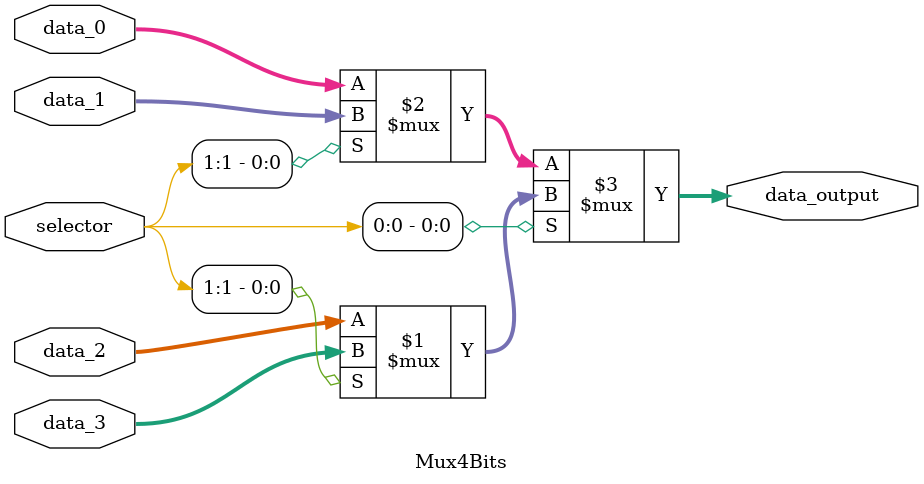
<source format=v>
module Mux4Bits (
    input  wire [1:0]  selector,
    input  wire [31:0] data_0,
    input  wire [31:0] data_1,
    input  wire [31:0] data_2,
    input  wire [31:0] data_3,
    output wire [31:0] data_output
);
    assign data_output = selector[0] ? (selector[1] ?  data_3 : data_2) : (selector[1] ? data_1 : data_0);
endmodule
</source>
